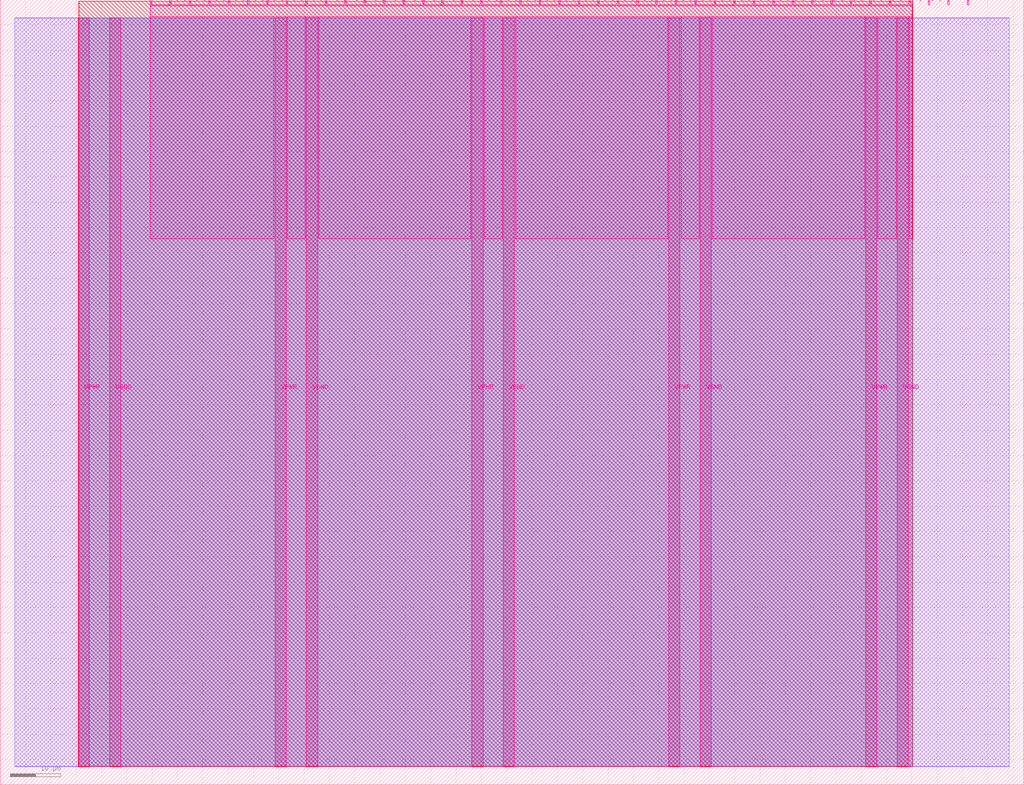
<source format=lef>
VERSION 5.7 ;
  NOWIREEXTENSIONATPIN ON ;
  DIVIDERCHAR "/" ;
  BUSBITCHARS "[]" ;
MACRO tt_um_wokwi_group_4
  CLASS BLOCK ;
  FOREIGN tt_um_wokwi_group_4 ;
  ORIGIN 0.000 0.000 ;
  SIZE 202.080 BY 154.980 ;
  PIN VGND
    DIRECTION INOUT ;
    USE GROUND ;
    PORT
      LAYER Metal5 ;
        RECT 21.580 3.560 23.780 151.420 ;
    END
    PORT
      LAYER Metal5 ;
        RECT 60.450 3.560 62.650 151.420 ;
    END
    PORT
      LAYER Metal5 ;
        RECT 99.320 3.560 101.520 151.420 ;
    END
    PORT
      LAYER Metal5 ;
        RECT 138.190 3.560 140.390 151.420 ;
    END
    PORT
      LAYER Metal5 ;
        RECT 177.060 3.560 179.260 151.420 ;
    END
  END VGND
  PIN VPWR
    DIRECTION INOUT ;
    USE POWER ;
    PORT
      LAYER Metal5 ;
        RECT 15.380 3.560 17.580 151.420 ;
    END
    PORT
      LAYER Metal5 ;
        RECT 54.250 3.560 56.450 151.420 ;
    END
    PORT
      LAYER Metal5 ;
        RECT 93.120 3.560 95.320 151.420 ;
    END
    PORT
      LAYER Metal5 ;
        RECT 131.990 3.560 134.190 151.420 ;
    END
    PORT
      LAYER Metal5 ;
        RECT 170.860 3.560 173.060 151.420 ;
    END
  END VPWR
  PIN clk
    DIRECTION INPUT ;
    USE SIGNAL ;
    PORT
      LAYER Metal5 ;
        RECT 187.050 153.980 187.350 154.980 ;
    END
  END clk
  PIN ena
    DIRECTION INPUT ;
    USE SIGNAL ;
    PORT
      LAYER Metal5 ;
        RECT 190.890 153.980 191.190 154.980 ;
    END
  END ena
  PIN rst_n
    DIRECTION INPUT ;
    USE SIGNAL ;
    PORT
      LAYER Metal5 ;
        RECT 183.210 153.980 183.510 154.980 ;
    END
  END rst_n
  PIN ui_in[0]
    DIRECTION INPUT ;
    USE SIGNAL ;
    ANTENNAGATEAREA 0.213200 ;
    PORT
      LAYER Metal5 ;
        RECT 179.370 153.980 179.670 154.980 ;
    END
  END ui_in[0]
  PIN ui_in[1]
    DIRECTION INPUT ;
    USE SIGNAL ;
    ANTENNAGATEAREA 0.213200 ;
    PORT
      LAYER Metal5 ;
        RECT 175.530 153.980 175.830 154.980 ;
    END
  END ui_in[1]
  PIN ui_in[2]
    DIRECTION INPUT ;
    USE SIGNAL ;
    ANTENNAGATEAREA 0.314600 ;
    PORT
      LAYER Metal5 ;
        RECT 171.690 153.980 171.990 154.980 ;
    END
  END ui_in[2]
  PIN ui_in[3]
    DIRECTION INPUT ;
    USE SIGNAL ;
    ANTENNAGATEAREA 0.180700 ;
    PORT
      LAYER Metal5 ;
        RECT 167.850 153.980 168.150 154.980 ;
    END
  END ui_in[3]
  PIN ui_in[4]
    DIRECTION INPUT ;
    USE SIGNAL ;
    ANTENNAGATEAREA 0.180700 ;
    PORT
      LAYER Metal5 ;
        RECT 164.010 153.980 164.310 154.980 ;
    END
  END ui_in[4]
  PIN ui_in[5]
    DIRECTION INPUT ;
    USE SIGNAL ;
    ANTENNAGATEAREA 0.213200 ;
    PORT
      LAYER Metal5 ;
        RECT 160.170 153.980 160.470 154.980 ;
    END
  END ui_in[5]
  PIN ui_in[6]
    DIRECTION INPUT ;
    USE SIGNAL ;
    ANTENNAGATEAREA 0.213200 ;
    PORT
      LAYER Metal5 ;
        RECT 156.330 153.980 156.630 154.980 ;
    END
  END ui_in[6]
  PIN ui_in[7]
    DIRECTION INPUT ;
    USE SIGNAL ;
    ANTENNAGATEAREA 0.180700 ;
    PORT
      LAYER Metal5 ;
        RECT 152.490 153.980 152.790 154.980 ;
    END
  END ui_in[7]
  PIN uio_in[0]
    DIRECTION INPUT ;
    USE SIGNAL ;
    ANTENNAGATEAREA 0.180700 ;
    PORT
      LAYER Metal5 ;
        RECT 148.650 153.980 148.950 154.980 ;
    END
  END uio_in[0]
  PIN uio_in[1]
    DIRECTION INPUT ;
    USE SIGNAL ;
    ANTENNAGATEAREA 0.180700 ;
    PORT
      LAYER Metal5 ;
        RECT 144.810 153.980 145.110 154.980 ;
    END
  END uio_in[1]
  PIN uio_in[2]
    DIRECTION INPUT ;
    USE SIGNAL ;
    ANTENNAGATEAREA 0.393900 ;
    PORT
      LAYER Metal5 ;
        RECT 140.970 153.980 141.270 154.980 ;
    END
  END uio_in[2]
  PIN uio_in[3]
    DIRECTION INPUT ;
    USE SIGNAL ;
    ANTENNAGATEAREA 0.180700 ;
    PORT
      LAYER Metal5 ;
        RECT 137.130 153.980 137.430 154.980 ;
    END
  END uio_in[3]
  PIN uio_in[4]
    DIRECTION INPUT ;
    USE SIGNAL ;
    PORT
      LAYER Metal5 ;
        RECT 133.290 153.980 133.590 154.980 ;
    END
  END uio_in[4]
  PIN uio_in[5]
    DIRECTION INPUT ;
    USE SIGNAL ;
    PORT
      LAYER Metal5 ;
        RECT 129.450 153.980 129.750 154.980 ;
    END
  END uio_in[5]
  PIN uio_in[6]
    DIRECTION INPUT ;
    USE SIGNAL ;
    PORT
      LAYER Metal5 ;
        RECT 125.610 153.980 125.910 154.980 ;
    END
  END uio_in[6]
  PIN uio_in[7]
    DIRECTION INPUT ;
    USE SIGNAL ;
    PORT
      LAYER Metal5 ;
        RECT 121.770 153.980 122.070 154.980 ;
    END
  END uio_in[7]
  PIN uio_oe[0]
    DIRECTION OUTPUT ;
    USE SIGNAL ;
    ANTENNADIFFAREA 0.299200 ;
    PORT
      LAYER Metal5 ;
        RECT 56.490 153.980 56.790 154.980 ;
    END
  END uio_oe[0]
  PIN uio_oe[1]
    DIRECTION OUTPUT ;
    USE SIGNAL ;
    ANTENNADIFFAREA 0.299200 ;
    PORT
      LAYER Metal5 ;
        RECT 52.650 153.980 52.950 154.980 ;
    END
  END uio_oe[1]
  PIN uio_oe[2]
    DIRECTION OUTPUT ;
    USE SIGNAL ;
    ANTENNADIFFAREA 0.299200 ;
    PORT
      LAYER Metal5 ;
        RECT 48.810 153.980 49.110 154.980 ;
    END
  END uio_oe[2]
  PIN uio_oe[3]
    DIRECTION OUTPUT ;
    USE SIGNAL ;
    ANTENNADIFFAREA 0.299200 ;
    PORT
      LAYER Metal5 ;
        RECT 44.970 153.980 45.270 154.980 ;
    END
  END uio_oe[3]
  PIN uio_oe[4]
    DIRECTION OUTPUT ;
    USE SIGNAL ;
    ANTENNADIFFAREA 0.299200 ;
    PORT
      LAYER Metal5 ;
        RECT 41.130 153.980 41.430 154.980 ;
    END
  END uio_oe[4]
  PIN uio_oe[5]
    DIRECTION OUTPUT ;
    USE SIGNAL ;
    ANTENNADIFFAREA 0.299200 ;
    PORT
      LAYER Metal5 ;
        RECT 37.290 153.980 37.590 154.980 ;
    END
  END uio_oe[5]
  PIN uio_oe[6]
    DIRECTION OUTPUT ;
    USE SIGNAL ;
    ANTENNADIFFAREA 0.299200 ;
    PORT
      LAYER Metal5 ;
        RECT 33.450 153.980 33.750 154.980 ;
    END
  END uio_oe[6]
  PIN uio_oe[7]
    DIRECTION OUTPUT ;
    USE SIGNAL ;
    ANTENNADIFFAREA 0.299200 ;
    PORT
      LAYER Metal5 ;
        RECT 29.610 153.980 29.910 154.980 ;
    END
  END uio_oe[7]
  PIN uio_out[0]
    DIRECTION OUTPUT ;
    USE SIGNAL ;
    ANTENNADIFFAREA 0.299200 ;
    PORT
      LAYER Metal5 ;
        RECT 87.210 153.980 87.510 154.980 ;
    END
  END uio_out[0]
  PIN uio_out[1]
    DIRECTION OUTPUT ;
    USE SIGNAL ;
    ANTENNADIFFAREA 0.299200 ;
    PORT
      LAYER Metal5 ;
        RECT 83.370 153.980 83.670 154.980 ;
    END
  END uio_out[1]
  PIN uio_out[2]
    DIRECTION OUTPUT ;
    USE SIGNAL ;
    ANTENNADIFFAREA 0.299200 ;
    PORT
      LAYER Metal5 ;
        RECT 79.530 153.980 79.830 154.980 ;
    END
  END uio_out[2]
  PIN uio_out[3]
    DIRECTION OUTPUT ;
    USE SIGNAL ;
    ANTENNADIFFAREA 0.299200 ;
    PORT
      LAYER Metal5 ;
        RECT 75.690 153.980 75.990 154.980 ;
    END
  END uio_out[3]
  PIN uio_out[4]
    DIRECTION OUTPUT ;
    USE SIGNAL ;
    ANTENNADIFFAREA 0.299200 ;
    PORT
      LAYER Metal5 ;
        RECT 71.850 153.980 72.150 154.980 ;
    END
  END uio_out[4]
  PIN uio_out[5]
    DIRECTION OUTPUT ;
    USE SIGNAL ;
    ANTENNADIFFAREA 0.299200 ;
    PORT
      LAYER Metal5 ;
        RECT 68.010 153.980 68.310 154.980 ;
    END
  END uio_out[5]
  PIN uio_out[6]
    DIRECTION OUTPUT ;
    USE SIGNAL ;
    ANTENNADIFFAREA 0.299200 ;
    PORT
      LAYER Metal5 ;
        RECT 64.170 153.980 64.470 154.980 ;
    END
  END uio_out[6]
  PIN uio_out[7]
    DIRECTION OUTPUT ;
    USE SIGNAL ;
    ANTENNADIFFAREA 0.299200 ;
    PORT
      LAYER Metal5 ;
        RECT 60.330 153.980 60.630 154.980 ;
    END
  END uio_out[7]
  PIN uo_out[0]
    DIRECTION OUTPUT ;
    USE SIGNAL ;
    ANTENNADIFFAREA 0.958400 ;
    PORT
      LAYER Metal5 ;
        RECT 117.930 153.980 118.230 154.980 ;
    END
  END uo_out[0]
  PIN uo_out[1]
    DIRECTION OUTPUT ;
    USE SIGNAL ;
    ANTENNADIFFAREA 0.958400 ;
    PORT
      LAYER Metal5 ;
        RECT 114.090 153.980 114.390 154.980 ;
    END
  END uo_out[1]
  PIN uo_out[2]
    DIRECTION OUTPUT ;
    USE SIGNAL ;
    ANTENNADIFFAREA 0.958400 ;
    PORT
      LAYER Metal5 ;
        RECT 110.250 153.980 110.550 154.980 ;
    END
  END uo_out[2]
  PIN uo_out[3]
    DIRECTION OUTPUT ;
    USE SIGNAL ;
    ANTENNADIFFAREA 0.958400 ;
    PORT
      LAYER Metal5 ;
        RECT 106.410 153.980 106.710 154.980 ;
    END
  END uo_out[3]
  PIN uo_out[4]
    DIRECTION OUTPUT ;
    USE SIGNAL ;
    ANTENNADIFFAREA 0.615900 ;
    PORT
      LAYER Metal5 ;
        RECT 102.570 153.980 102.870 154.980 ;
    END
  END uo_out[4]
  PIN uo_out[5]
    DIRECTION OUTPUT ;
    USE SIGNAL ;
    ANTENNADIFFAREA 1.102800 ;
    PORT
      LAYER Metal5 ;
        RECT 98.730 153.980 99.030 154.980 ;
    END
  END uo_out[5]
  PIN uo_out[6]
    DIRECTION OUTPUT ;
    USE SIGNAL ;
    ANTENNADIFFAREA 1.135700 ;
    PORT
      LAYER Metal5 ;
        RECT 94.890 153.980 95.190 154.980 ;
    END
  END uo_out[6]
  PIN uo_out[7]
    DIRECTION OUTPUT ;
    USE SIGNAL ;
    ANTENNADIFFAREA 1.135700 ;
    PORT
      LAYER Metal5 ;
        RECT 91.050 153.980 91.350 154.980 ;
    END
  END uo_out[7]
  OBS
      LAYER GatPoly ;
        RECT 2.880 3.630 199.200 151.350 ;
      LAYER Metal1 ;
        RECT 2.880 3.560 199.200 151.420 ;
      LAYER Metal2 ;
        RECT 15.515 3.680 180.145 151.300 ;
      LAYER Metal3 ;
        RECT 15.560 3.635 180.100 154.705 ;
      LAYER Metal4 ;
        RECT 15.515 3.680 180.145 154.660 ;
      LAYER Metal5 ;
        RECT 30.120 153.770 33.240 153.980 ;
        RECT 33.960 153.770 37.080 153.980 ;
        RECT 37.800 153.770 40.920 153.980 ;
        RECT 41.640 153.770 44.760 153.980 ;
        RECT 45.480 153.770 48.600 153.980 ;
        RECT 49.320 153.770 52.440 153.980 ;
        RECT 53.160 153.770 56.280 153.980 ;
        RECT 57.000 153.770 60.120 153.980 ;
        RECT 60.840 153.770 63.960 153.980 ;
        RECT 64.680 153.770 67.800 153.980 ;
        RECT 68.520 153.770 71.640 153.980 ;
        RECT 72.360 153.770 75.480 153.980 ;
        RECT 76.200 153.770 79.320 153.980 ;
        RECT 80.040 153.770 83.160 153.980 ;
        RECT 83.880 153.770 87.000 153.980 ;
        RECT 87.720 153.770 90.840 153.980 ;
        RECT 91.560 153.770 94.680 153.980 ;
        RECT 95.400 153.770 98.520 153.980 ;
        RECT 99.240 153.770 102.360 153.980 ;
        RECT 103.080 153.770 106.200 153.980 ;
        RECT 106.920 153.770 110.040 153.980 ;
        RECT 110.760 153.770 113.880 153.980 ;
        RECT 114.600 153.770 117.720 153.980 ;
        RECT 118.440 153.770 121.560 153.980 ;
        RECT 122.280 153.770 125.400 153.980 ;
        RECT 126.120 153.770 129.240 153.980 ;
        RECT 129.960 153.770 133.080 153.980 ;
        RECT 133.800 153.770 136.920 153.980 ;
        RECT 137.640 153.770 140.760 153.980 ;
        RECT 141.480 153.770 144.600 153.980 ;
        RECT 145.320 153.770 148.440 153.980 ;
        RECT 149.160 153.770 152.280 153.980 ;
        RECT 153.000 153.770 156.120 153.980 ;
        RECT 156.840 153.770 159.960 153.980 ;
        RECT 160.680 153.770 163.800 153.980 ;
        RECT 164.520 153.770 167.640 153.980 ;
        RECT 168.360 153.770 171.480 153.980 ;
        RECT 172.200 153.770 175.320 153.980 ;
        RECT 176.040 153.770 179.160 153.980 ;
        RECT 179.880 153.770 180.100 153.980 ;
        RECT 29.660 151.630 180.100 153.770 ;
        RECT 29.660 107.795 54.040 151.630 ;
        RECT 56.660 107.795 60.240 151.630 ;
        RECT 62.860 107.795 92.910 151.630 ;
        RECT 95.530 107.795 99.110 151.630 ;
        RECT 101.730 107.795 131.780 151.630 ;
        RECT 134.400 107.795 137.980 151.630 ;
        RECT 140.600 107.795 170.650 151.630 ;
        RECT 173.270 107.795 176.850 151.630 ;
        RECT 179.470 107.795 180.100 151.630 ;
  END
END tt_um_wokwi_group_4
END LIBRARY


</source>
